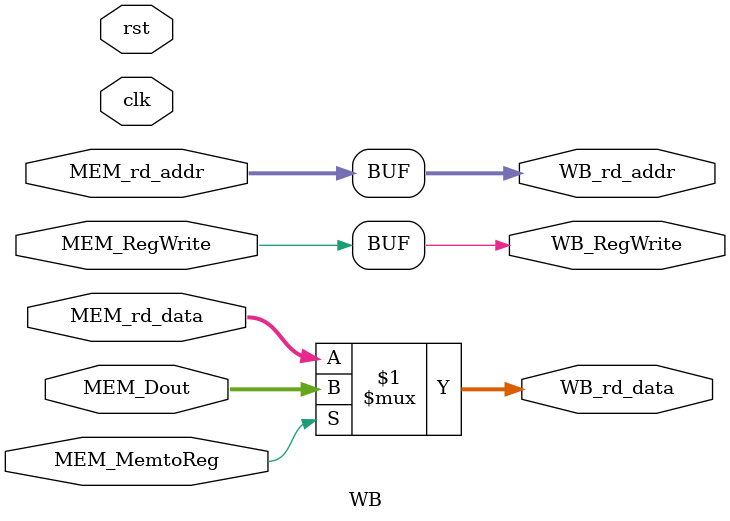
<source format=sv>
module WB(
     input clk,
     input rst,
//---------------------------control unit------------------------------//
     input  MEM_MemtoReg,
     input  MEM_RegWrite,
     input  [31:0] MEM_rd_data, //up    
     input  [31:0] MEM_Dout,    //data from data mem
     input  [4:0] MEM_rd_addr,  //
     
     output reg WB_RegWrite,
     output reg [31:0] WB_rd_data,
     output reg [4:0] WB_rd_addr
);
     assign WB_RegWrite = MEM_RegWrite;

     assign WB_rd_data  = (MEM_MemtoReg)? MEM_Dout:MEM_rd_data;

     assign WB_rd_addr  = MEM_rd_addr;

endmodule
</source>
